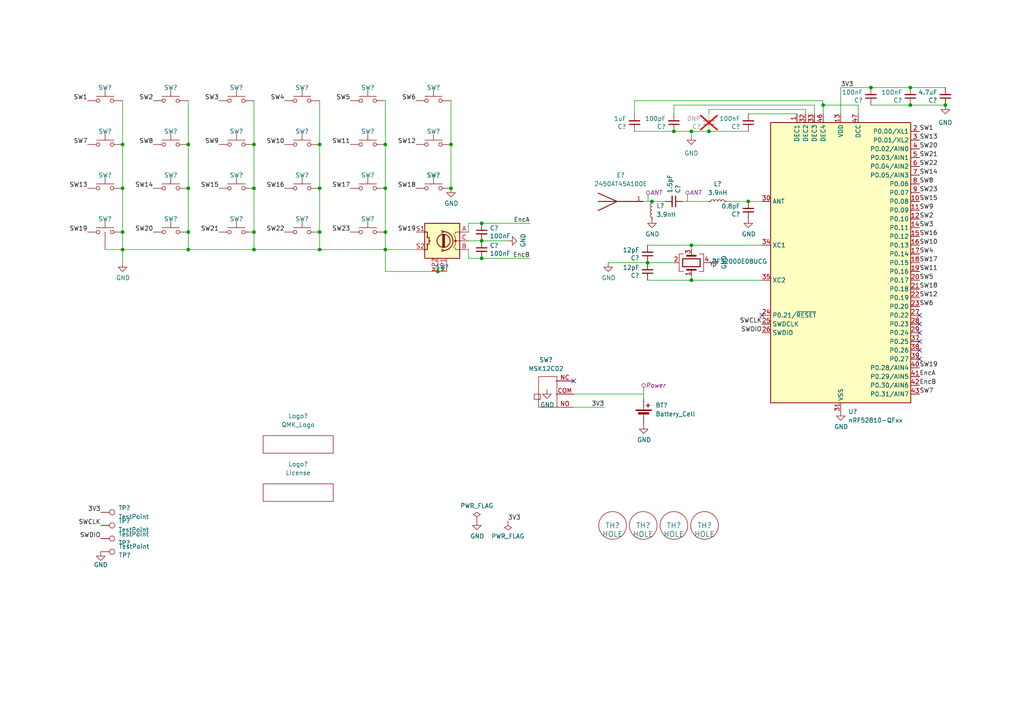
<source format=kicad_sch>
(kicad_sch (version 20230121) (generator eeschema)
  (paper "A4")
  (lib_symbols
    (symbol "2450AT45A100E:2450AT45A100E" (pin_names (offset 1.016))
      (property "Reference" "E" (at 2.8004 5.8496 0))
      (property "Value" "2450AT45A100E" (at 2.6732 3.813 0))
      (symbol "2450AT45A100E_0_0"
        (polyline (pts (xy 0 2.54) (xy -2.667 8.001)) (stroke (width 0.254)))
        (polyline (pts (xy 0 2.54) (xy 0 -5.08)) (stroke (width 0.254)))
        (polyline (pts (xy 0 8.001) (xy 0 2.54)) (stroke (width 0.254)))
        (polyline (pts (xy 2.413 8.001) (xy 0 2.54)) (stroke (width 0.254)))
        (pin input line (at 0 -5.08 90) (length 2.54) (name "~") (number "1"))
      )
    )
    (symbol "Connector:TestPoint" (pin_numbers hide) (pin_names (offset 0.762) hide)
      (property "Reference" "TP" (at 0 6.858 0))
      (property "Value" "TestPoint" (at 0 5.08 0))
      (symbol "TestPoint_0_1"
        (circle (center 0 3.302) (radius 0.762))
      )
      (symbol "TestPoint_1_1"
        (pin passive line (at 0 0 90) (length 2.54) (name "1") (number "1"))
      )
    )
    (symbol "Device:Battery_Cell" (pin_numbers hide) (pin_names (offset 0) hide)
      (property "Reference" "BT" (at 2.54 2.54 0))
      (property "Value" "Battery_Cell" (at 2.54 0 0))
      (symbol "Battery_Cell_0_1"
        (rectangle (start -2.286 1.778) (end 2.286 1.524) (fill (type outline)))
        (rectangle (start -1.524 1.016) (end 1.524 0.508) (fill (type outline)))
        (polyline (pts (xy 0 0.762) (xy 0 0)))
        (polyline (pts (xy 0 1.778) (xy 0 2.54)))
        (polyline (pts (xy 0.762 3.048) (xy 1.778 3.048)) (stroke (width 0.254)))
        (polyline (pts (xy 1.27 3.556) (xy 1.27 2.54)) (stroke (width 0.254)))
      )
      (symbol "Battery_Cell_1_1"
        (pin passive line (at 0 5.08 270) (length 2.54) (name "+") (number "1"))
        (pin passive line (at 0 -2.54 90) (length 2.54) (name "-") (number "2"))
      )
    )
    (symbol "Device:C_Small" (pin_numbers hide) (pin_names (offset 0.254) hide)
      (property "Reference" "C" (at 0.254 1.778 0))
      (property "Value" "C_Small" (at 0.254 -2.032 0))
      (symbol "C_Small_0_1"
        (polyline (pts (xy -1.524 -0.508) (xy 1.524 -0.508)) (stroke (width 0.3302)))
        (polyline (pts (xy -1.524 0.508) (xy 1.524 0.508)) (stroke (width 0.3048)))
      )
      (symbol "C_Small_1_1"
        (pin passive line (at 0 2.54 270) (length 2.032) (name "~") (number "1"))
        (pin passive line (at 0 -2.54 90) (length 2.032) (name "~") (number "2"))
      )
    )
    (symbol "Device:Crystal_GND24" (pin_names (offset 1.016) hide)
      (property "Reference" "Y" (at 3.175 5.08 0))
      (property "Value" "Crystal_GND24" (at 3.175 3.175 0))
      (symbol "Crystal_GND24_0_1"
        (rectangle (start -1.143 2.54) (end 1.143 -2.54) (stroke (width 0.3048)))
        (polyline (pts (xy -2.54 0) (xy -2.032 0)))
        (polyline (pts (xy -2.032 -1.27) (xy -2.032 1.27)) (stroke (width 0.508)))
        (polyline (pts (xy 0 -3.81) (xy 0 -3.556)))
        (polyline (pts (xy 0 3.556) (xy 0 3.81)))
        (polyline (pts (xy 2.032 -1.27) (xy 2.032 1.27)) (stroke (width 0.508)))
        (polyline (pts (xy 2.032 0) (xy 2.54 0)))
        (polyline (pts (xy -2.54 -2.286) (xy -2.54 -3.556) (xy 2.54 -3.556) (xy 2.54 -2.286)))
        (polyline (pts (xy -2.54 2.286) (xy -2.54 3.556) (xy 2.54 3.556) (xy 2.54 2.286)))
      )
      (symbol "Crystal_GND24_1_1"
        (pin passive line (at -3.81 0 0) (length 1.27) (name "1") (number "1"))
        (pin passive line (at 0 5.08 270) (length 1.27) (name "2") (number "2"))
        (pin passive line (at 3.81 0 180) (length 1.27) (name "3") (number "3"))
        (pin passive line (at 0 -5.08 90) (length 1.27) (name "4") (number "4"))
      )
    )
    (symbol "Device:L_Small" (pin_numbers hide) (pin_names (offset 0.254) hide)
      (property "Reference" "L" (at 0.762 1.016 0))
      (property "Value" "L_Small" (at 0.762 -1.016 0))
      (symbol "L_Small_0_1"
        (arc (start 0 -2.032) (mid 0.5058 -1.524) (end 0 -1.016))
        (arc (start 0 -1.016) (mid 0.5058 -0.508) (end 0 0))
        (arc (start 0 0) (mid 0.5058 0.508) (end 0 1.016))
        (arc (start 0 1.016) (mid 0.5058 1.524) (end 0 2.032))
      )
      (symbol "L_Small_1_1"
        (pin passive line (at 0 2.54 270) (length 0.508) (name "~") (number "1"))
        (pin passive line (at 0 -2.54 90) (length 0.508) (name "~") (number "2"))
      )
    )
    (symbol "GND_2" (power) (pin_names (offset 0))
      (property "Value" "GND_2" (at 0 -3.81 0))
      (symbol "GND_2_0_1"
        (polyline (pts (xy 0 0) (xy 0 -1.27) (xy 1.27 -1.27) (xy 0 -2.54) (xy -1.27 -1.27) (xy 0 -1.27)))
      )
      (symbol "GND_2_1_1"
        (pin power_in line (at 0 0 270) (length 0) hide (name "GND") (number "1"))
      )
    )
    (symbol "Keyboard Common:MSK12C02" (pin_names (offset 0) hide)
      (property "Reference" "SW" (at 0 7.62 0))
      (property "Value" "MSK12C02" (at 0 5.08 0))
      (symbol "MSK12C02_0_1"
        (rectangle (start -3.81 -1.27) (end -2.032 -2.794))
        (rectangle (start -2.54 3.81) (end 2.794 -5.08))
      )
      (symbol "MSK12C02_1_1"
        (pin power_out line (at 7.62 -1.27 180) (length 5.08) (name "COM") (number "COM"))
        (pin power_in line (at 0 0 90) (length 2.54) hide (name "GND") (number "MP"))
        (pin power_in line (at 7.62 2.54 180) (length 5.08) (name "NC") (number "NC"))
        (pin power_in line (at 7.62 -5.08 180) (length 5.08) (name "NO") (number "NO"))
      )
    )
    (symbol "Keyboard Switches:SW_Push_GND" (pin_numbers hide) (pin_names (offset 1.016) hide)
      (property "Reference" "SW" (at 1.27 2.54 0))
      (property "Value" "SW_Push" (at 0 -1.524 0))
      (symbol "SW_Push_GND_0_1"
        (circle (center -2.032 0) (radius 0.508))
        (polyline (pts (xy 0 1.27) (xy 0 3.048)))
        (polyline (pts (xy 2.54 1.27) (xy -2.54 1.27)))
        (circle (center 2.032 0) (radius 0.508))
        (pin passive line (at -5.08 0 0) (length 2.54) (name "1") (number "1"))
        (pin passive line (at 5.08 0 180) (length 2.54) (name "2") (number "2"))
      )
      (symbol "SW_Push_GND_1_1"
        (pin power_in line (at 0 -5.08 90) (length 5.08) (name "3") (number "3"))
      )
    )
    (symbol "Keyboard_Library:Rotary_Encoder_Switch_GND" (pin_names (offset 0.254) hide)
      (property "Reference" "SW" (at 0 6.604 0))
      (property "Value" "Rotary_Encoder_Switch_GND" (at 0 8.89 0))
      (symbol "Rotary_Encoder_Switch_GND_0_1"
        (rectangle (start -5.08 5.08) (end 5.08 -5.08) (stroke (width 0.254)) (fill (type background)))
        (circle (center -3.81 0) (radius 0.254) (fill (type outline)))
        (circle (center -0.381 0) (radius 1.905) (stroke (width 0.254)))
        (arc (start -0.381 2.667) (mid -3.0988 -0.0635) (end -0.381 -2.794) (stroke (width 0.254)))
        (polyline (pts (xy -0.635 -1.778) (xy -0.635 1.778)) (stroke (width 0.254)))
        (polyline (pts (xy -0.381 -1.778) (xy -0.381 1.778)) (stroke (width 0.254)))
        (polyline (pts (xy -0.127 1.778) (xy -0.127 -1.778)) (stroke (width 0.254)))
        (polyline (pts (xy 3.81 0) (xy 3.429 0)) (stroke (width 0.254)))
        (polyline (pts (xy 3.81 1.016) (xy 3.81 -1.016)) (stroke (width 0.254)))
        (polyline (pts (xy -5.08 -2.54) (xy -3.81 -2.54) (xy -3.81 -2.032)))
        (polyline (pts (xy -5.08 2.54) (xy -3.81 2.54) (xy -3.81 2.032)))
        (polyline (pts (xy 0.254 -3.048) (xy -0.508 -2.794) (xy 0.127 -2.413)) (stroke (width 0.254)))
        (polyline (pts (xy 0.254 2.921) (xy -0.508 2.667) (xy 0.127 2.286)) (stroke (width 0.254)))
        (polyline (pts (xy 5.08 -2.54) (xy 4.318 -2.54) (xy 4.318 -1.016)) (stroke (width 0.254)))
        (polyline (pts (xy 5.08 2.54) (xy 4.318 2.54) (xy 4.318 1.016)) (stroke (width 0.254)))
        (polyline (pts (xy -5.08 0) (xy -3.81 0) (xy -3.81 -1.016) (xy -3.302 -2.032)))
        (polyline (pts (xy -4.318 0) (xy -3.81 0) (xy -3.81 1.016) (xy -3.302 2.032)))
        (circle (center 4.318 -1.016) (radius 0.127) (stroke (width 0.254)))
        (circle (center 4.318 1.016) (radius 0.127) (stroke (width 0.254)))
      )
      (symbol "Rotary_Encoder_Switch_GND_1_1"
        (pin passive line (at -7.62 2.54 0) (length 2.54) (name "A") (number "A"))
        (pin passive line (at -7.62 -2.54 0) (length 2.54) (name "B") (number "B"))
        (pin passive line (at -7.62 0 0) (length 2.54) (name "C") (number "C"))
        (pin power_in line (at -1.27 -8.89 90) (length 3.7084) (name "GND") (number "MP1"))
        (pin power_in line (at 1.27 -8.89 90) (length 3.7592) (name "GND") (number "MP2"))
        (pin passive line (at 7.62 2.54 180) (length 2.54) (name "S1") (number "S1"))
        (pin passive line (at 7.62 -2.54 180) (length 2.54) (name "S2") (number "S2"))
      )
    )
    (symbol "LCSC Parts:100nF" (pin_numbers hide) (pin_names (offset 0.254) hide)
      (property "Reference" "C" (at 0.254 1.778 0))
      (property "Value" "100nF" (at 0.254 -2.032 0))
      (symbol "100nF_0_1"
        (polyline (pts (xy -1.524 -0.508) (xy 1.524 -0.508)) (stroke (width 0.3302)))
        (polyline (pts (xy -1.524 0.508) (xy 1.524 0.508)) (stroke (width 0.3048)))
      )
      (symbol "100nF_1_1"
        (pin passive line (at 0 2.54 270) (length 2.032) (name "~") (number "1"))
        (pin passive line (at 0 -2.54 90) (length 2.032) (name "~") (number "2"))
      )
    )
    (symbol "Logotypes:QMK_Logo" (pin_numbers hide) (pin_names (offset 0) hide) (in_bom no)
      (property "Reference" "Logo" (at 0 0 0))
      (property "Value" "QMK_Logo" (at 0 2.54 0))
      (symbol "QMK_Logo_0_1"
        (rectangle (start -10.16 3.81) (end 10.16 -1.27))
      )
    )
    (symbol "MCU_Nordic:nRF52810-QFxx"
      (property "Reference" "U" (at 0 1.27 0))
      (property "Value" "nRF52810-QFxx" (at 0 -1.27 0))
      (symbol "nRF52810-QFxx_0_1"
        (rectangle (start -20.32 40.64) (end 20.32 -40.64) (stroke (width 0.254)) (fill (type background)))
      )
      (symbol "nRF52810-QFxx_1_1"
        (pin passive line (at -12.7 43.18 270) (length 2.54) (name "DEC1") (number "1"))
        (pin bidirectional line (at 22.86 17.78 180) (length 2.54) (name "P0.08") (number "10"))
        (pin bidirectional line (at 22.86 15.24 180) (length 2.54) (name "P0.09") (number "11"))
        (pin bidirectional line (at 22.86 12.7 180) (length 2.54) (name "P0.10") (number "12"))
        (pin power_in line (at 0 43.18 270) (length 2.54) (name "VDD") (number "13"))
        (pin bidirectional line (at 22.86 10.16 180) (length 2.54) (name "P0.11") (number "14"))
        (pin bidirectional line (at 22.86 7.62 180) (length 2.54) (name "P0.12") (number "15"))
        (pin bidirectional line (at 22.86 5.08 180) (length 2.54) (name "P0.13") (number "16"))
        (pin bidirectional line (at 22.86 2.54 180) (length 2.54) (name "P0.14") (number "17"))
        (pin bidirectional line (at 22.86 0 180) (length 2.54) (name "P0.15") (number "18"))
        (pin bidirectional line (at 22.86 -2.54 180) (length 2.54) (name "P0.16") (number "19"))
        (pin bidirectional line (at 22.86 38.1 180) (length 2.54) (name "P0.00/XL1") (number "2"))
        (pin bidirectional line (at 22.86 -5.08 180) (length 2.54) (name "P0.17") (number "20"))
        (pin bidirectional line (at 22.86 -7.62 180) (length 2.54) (name "P0.18") (number "21"))
        (pin bidirectional line (at 22.86 -10.16 180) (length 2.54) (name "P0.19") (number "22"))
        (pin bidirectional line (at 22.86 -12.7 180) (length 2.54) (name "P0.20") (number "23"))
        (pin bidirectional line (at -22.86 -15.24 0) (length 2.54) (name "P0.21/~{RESET}") (number "24"))
        (pin input line (at -22.86 -17.78 0) (length 2.54) (name "SWDCLK") (number "25"))
        (pin bidirectional line (at -22.86 -20.32 0) (length 2.54) (name "SWDIO") (number "26"))
        (pin bidirectional line (at 22.86 -15.24 180) (length 2.54) (name "P0.22") (number "27"))
        (pin bidirectional line (at 22.86 -17.78 180) (length 2.54) (name "P0.23") (number "28"))
        (pin bidirectional line (at 22.86 -20.32 180) (length 2.54) (name "P0.24") (number "29"))
        (pin bidirectional line (at 22.86 35.56 180) (length 2.54) (name "P0.01/XL2") (number "3"))
        (pin passive line (at -22.86 17.78 0) (length 2.54) (name "ANT") (number "30"))
        (pin power_in line (at 0 -43.18 90) (length 2.54) (name "VSS") (number "31"))
        (pin passive line (at -10.16 43.18 270) (length 2.54) (name "DEC2") (number "32"))
        (pin passive line (at -7.62 43.18 270) (length 2.54) (name "DEC3") (number "33"))
        (pin input line (at -22.86 5.08 0) (length 2.54) (name "XC1") (number "34"))
        (pin input line (at -22.86 -5.08 0) (length 2.54) (name "XC2") (number "35"))
        (pin passive line (at 0 43.18 270) (length 2.54) hide (name "VDD") (number "36"))
        (pin bidirectional line (at 22.86 -22.86 180) (length 2.54) (name "P0.25") (number "37"))
        (pin bidirectional line (at 22.86 -25.4 180) (length 2.54) (name "P0.26") (number "38"))
        (pin bidirectional line (at 22.86 -27.94 180) (length 2.54) (name "P0.27") (number "39"))
        (pin bidirectional line (at 22.86 33.02 180) (length 2.54) (name "P0.02/AIN0") (number "4"))
        (pin bidirectional line (at 22.86 -30.48 180) (length 2.54) (name "P0.28/AIN4") (number "40"))
        (pin bidirectional line (at 22.86 -33.02 180) (length 2.54) (name "P0.29/AIN5") (number "41"))
        (pin bidirectional line (at 22.86 -35.56 180) (length 2.54) (name "P0.30/AIN6") (number "42"))
        (pin bidirectional line (at 22.86 -38.1 180) (length 2.54) (name "P0.31/AIN7") (number "43"))
        (pin no_connect line (at -20.32 -30.48 0) (length 2.54) hide (name "NC") (number "44"))
        (pin passive line (at 0 -43.18 90) (length 2.54) hide (name "VSS") (number "45"))
        (pin passive line (at -5.08 43.18 270) (length 2.54) (name "DEC4") (number "46"))
        (pin power_out line (at 5.08 43.18 270) (length 2.54) (name "DCC") (number "47"))
        (pin passive line (at 0 43.18 270) (length 2.54) hide (name "VDD") (number "48"))
        (pin passive line (at 0 -43.18 90) (length 2.54) hide (name "VSS") (number "49"))
        (pin bidirectional line (at 22.86 30.48 180) (length 2.54) (name "P0.03/AIN1") (number "5"))
        (pin bidirectional line (at 22.86 27.94 180) (length 2.54) (name "P0.04/AIN2") (number "6"))
        (pin bidirectional line (at 22.86 25.4 180) (length 2.54) (name "P0.05/AIN3") (number "7"))
        (pin bidirectional line (at 22.86 22.86 180) (length 2.54) (name "P0.06") (number "8"))
        (pin bidirectional line (at 22.86 20.32 180) (length 2.54) (name "P0.07") (number "9"))
      )
    )
    (symbol "Switch:SW_Push" (pin_numbers hide) (pin_names (offset 1.016) hide)
      (property "Reference" "SW" (at 1.27 2.54 0))
      (property "Value" "SW_Push" (at 0 -1.524 0))
      (symbol "SW_Push_0_1"
        (circle (center -2.032 0) (radius 0.508))
        (polyline (pts (xy 0 1.27) (xy 0 3.048)))
        (polyline (pts (xy 2.54 1.27) (xy -2.54 1.27)))
        (circle (center 2.032 0) (radius 0.508))
        (pin passive line (at -5.08 0 0) (length 2.54) (name "1") (number "1"))
        (pin passive line (at 5.08 0 180) (length 2.54) (name "2") (number "2"))
      )
    )
    (symbol "keebio:Hole" (pin_names (offset 1.016))
      (property "Reference" "H" (at 0 -1.27 0))
      (property "Value" "Hole" (at 0 1.27 0))
      (symbol "Hole_0_1"
        (circle (center 0 0) (radius 4.0132))
      )
    )
    (symbol "power:GND" (power) (pin_names (offset 0))
      (property "Value" "GND" (at 0 -3.81 0))
      (symbol "GND_0_1"
        (polyline (pts (xy 0 0) (xy 0 -1.27) (xy 1.27 -1.27) (xy 0 -2.54) (xy -1.27 -1.27) (xy 0 -1.27)))
      )
      (symbol "GND_1_1"
        (pin power_in line (at 0 0 270) (length 0) hide (name "GND") (number "1"))
      )
    )
    (symbol "power:PWR_FLAG" (power) (pin_numbers hide) (pin_names (offset 0) hide)
      (property "Value" "PWR_FLAG" (at 0 3.81 0))
      (symbol "PWR_FLAG_0_0"
        (pin power_out line (at 0 0 90) (length 0) (name "pwr") (number "1"))
      )
      (symbol "PWR_FLAG_0_1"
        (polyline (pts (xy 0 0) (xy 0 1.27) (xy -1.016 1.905) (xy 0 2.54) (xy 1.016 1.905) (xy 0 1.27)))
      )
    )
  )
  (junction (at 54.61 54.61))
  (junction (at 92.71 67.31))
  (junction (at 195.453 38.1))
  (junction (at 264.033 30.48))
  (junction (at 35.56 67.31))
  (junction (at 35.56 41.91))
  (junction (at 205.613 38.1))
  (junction (at 35.56 54.61))
  (junction (at 187.833 76.2))
  (junction (at 111.76 67.31))
  (junction (at 127 78.74))
  (junction (at 73.66 67.31))
  (junction (at 139.7 74.93))
  (junction (at 200.533 71.12))
  (junction (at 54.61 72.39))
  (junction (at 73.66 41.91))
  (junction (at 111.76 72.39))
  (junction (at 200.533 38.1))
  (junction (at 238.76 30.48))
  (junction (at 73.66 72.39))
  (junction (at 111.76 54.61))
  (junction (at 92.71 72.39))
  (junction (at 111.76 41.91))
  (junction (at 92.71 54.61))
  (junction (at 217.043 58.42))
  (junction (at 252.603 25.4))
  (junction (at 139.7 64.77))
  (junction (at 264.033 25.4))
  (junction (at 130.81 54.61))
  (junction (at 274.193 30.48))
  (junction (at 92.71 41.91))
  (junction (at 139.7 69.85))
  (junction (at 130.81 41.91))
  (junction (at 35.56 72.39))
  (junction (at 200.533 81.28))
  (junction (at 54.61 67.31))
  (junction (at 54.61 41.91))
  (junction (at 189.103 58.42))
  (junction (at 73.66 54.61))
  (no_connect (at 266.7 99.06))
  (no_connect (at 266.7 93.98))
  (no_connect (at 266.7 101.6))
  (no_connect (at 266.7 96.52))
  (no_connect (at 166.37 110.49))
  (no_connect (at 220.98 91.44))
  (no_connect (at 266.7 104.14))
  (no_connect (at 266.7 91.44))
  (wire (pts (xy 166.37 114.3) (xy 186.69 114.3)))
  (wire (pts (xy 210.693 58.42) (xy 217.043 58.42)))
  (wire (pts (xy 35.56 76.2) (xy 35.56 72.39)))
  (wire (pts (xy 195.453 30.48) (xy 195.453 33.02)))
  (wire (pts (xy 158.75 113.03) (xy 158.623 113.03)))
  (wire (pts (xy 252.603 25.4) (xy 264.033 25.4)))
  (wire (pts (xy 195.453 38.1) (xy 200.533 38.1)))
  (wire (pts (xy 252.603 30.48) (xy 264.033 30.48)))
  (wire (pts (xy 186.69 114.3) (xy 186.69 115.57)))
  (wire (pts (xy 248.92 30.48) (xy 238.76 30.48)))
  (wire (pts (xy 238.76 30.48) (xy 238.633 30.48)))
  (wire (pts (xy 187.833 76.2) (xy 176.403 76.2)))
  (wire (pts (xy 73.66 29.21) (xy 73.66 41.91)))
  (wire (pts (xy 200.533 80.01) (xy 200.533 81.28)))
  (wire (pts (xy 30.48 72.39) (xy 35.56 72.39)))
  (wire (pts (xy 135.89 64.77) (xy 139.7 64.77)))
  (wire (pts (xy 189.103 58.42) (xy 192.913 58.42)))
  (wire (pts (xy 187.833 71.12) (xy 200.533 71.12)))
  (wire (pts (xy 35.56 54.61) (xy 35.56 67.31)))
  (wire (pts (xy 92.71 54.61) (xy 92.71 67.31)))
  (wire (pts (xy 127 78.74) (xy 129.54 78.74)))
  (wire (pts (xy 238.76 33.02) (xy 238.76 30.48)))
  (wire (pts (xy 264.033 30.48) (xy 274.193 30.48)))
  (wire (pts (xy 233.68 31.75) (xy 233.68 33.02)))
  (wire (pts (xy 92.71 72.39) (xy 73.66 72.39)))
  (wire (pts (xy 186.563 58.42) (xy 189.103 58.42)))
  (wire (pts (xy 220.98 81.28) (xy 200.533 81.28)))
  (wire (pts (xy 54.61 67.31) (xy 54.61 72.39)))
  (wire (pts (xy 135.89 64.77) (xy 135.89 67.31)))
  (wire (pts (xy 35.56 72.39) (xy 54.61 72.39)))
  (wire (pts (xy 92.71 67.31) (xy 92.71 72.39)))
  (wire (pts (xy 200.533 71.12) (xy 200.533 72.39)))
  (wire (pts (xy 200.533 38.1) (xy 200.533 39.37)))
  (wire (pts (xy 248.92 33.02) (xy 248.92 30.48)))
  (wire (pts (xy 73.66 41.91) (xy 73.66 54.61)))
  (wire (pts (xy 35.56 67.31) (xy 35.56 72.39)))
  (wire (pts (xy 205.613 38.1) (xy 217.043 38.1)))
  (wire (pts (xy 200.533 38.1) (xy 205.613 38.1)))
  (wire (pts (xy 92.71 41.91) (xy 92.71 54.61)))
  (wire (pts (xy 135.89 74.93) (xy 139.7 74.93)))
  (wire (pts (xy 73.66 67.31) (xy 73.66 72.39)))
  (wire (pts (xy 217.043 58.42) (xy 220.98 58.42)))
  (wire (pts (xy 200.533 71.12) (xy 220.98 71.12)))
  (wire (pts (xy 217.043 33.02) (xy 231.14 33.02)))
  (wire (pts (xy 35.56 41.91) (xy 35.56 54.61)))
  (wire (pts (xy 92.71 72.39) (xy 111.76 72.39)))
  (wire (pts (xy 236.22 33.02) (xy 236.22 30.48)))
  (wire (pts (xy 35.56 29.21) (xy 35.56 41.91)))
  (wire (pts (xy 175.26 118.11) (xy 166.37 118.11)))
  (wire (pts (xy 73.66 54.61) (xy 73.66 67.31)))
  (wire (pts (xy 205.613 31.75) (xy 205.613 33.02)))
  (wire (pts (xy 243.84 25.4) (xy 243.84 33.02)))
  (wire (pts (xy 111.76 29.21) (xy 111.76 41.91)))
  (wire (pts (xy 184.023 29.21) (xy 238.633 29.21)))
  (wire (pts (xy 187.833 76.2) (xy 195.453 76.2)))
  (wire (pts (xy 111.76 72.39) (xy 120.65 72.39)))
  (wire (pts (xy 111.76 78.74) (xy 127 78.74)))
  (wire (pts (xy 54.61 54.61) (xy 54.61 67.31)))
  (wire (pts (xy 238.633 29.21) (xy 238.633 30.48)))
  (wire (pts (xy 139.7 64.77) (xy 153.67 64.77)))
  (wire (pts (xy 111.76 54.61) (xy 111.76 67.31)))
  (wire (pts (xy 147.32 69.85) (xy 139.7 69.85)))
  (wire (pts (xy 92.71 29.21) (xy 92.71 41.91)))
  (wire (pts (xy 200.533 81.28) (xy 187.833 81.28)))
  (wire (pts (xy 197.993 58.42) (xy 205.613 58.42)))
  (wire (pts (xy 111.76 67.31) (xy 111.76 72.39)))
  (wire (pts (xy 130.81 29.21) (xy 130.81 41.91)))
  (wire (pts (xy 264.033 25.4) (xy 274.193 25.4)))
  (wire (pts (xy 54.61 29.21) (xy 54.61 41.91)))
  (wire (pts (xy 184.023 38.1) (xy 195.453 38.1)))
  (wire (pts (xy 135.89 69.85) (xy 139.7 69.85)))
  (wire (pts (xy 135.89 74.93) (xy 135.89 72.39)))
  (wire (pts (xy 130.81 41.91) (xy 130.81 54.61)))
  (wire (pts (xy 111.76 72.39) (xy 111.76 78.74)))
  (wire (pts (xy 205.613 31.75) (xy 233.68 31.75)))
  (wire (pts (xy 111.76 41.91) (xy 111.76 54.61)))
  (wire (pts (xy 243.84 25.4) (xy 252.603 25.4)))
  (wire (pts (xy 153.67 74.93) (xy 139.7 74.93)))
  (wire (pts (xy 184.023 29.21) (xy 184.023 33.02)))
  (wire (pts (xy 54.61 72.39) (xy 73.66 72.39)))
  (wire (pts (xy 54.61 41.91) (xy 54.61 54.61)))
  (wire (pts (xy 236.22 30.48) (xy 195.453 30.48)))
  (label "SW13" (at 25.4 54.61 180))
  (label "SW22" (at 266.7 48.26 0))
  (label "SW7" (at 266.7 114.3 0))
  (label "SW12" (at 120.65 41.91 180))
  (label "SWCLK" (at 29.21 152.4 180))
  (label "EncB" (at 266.7 111.76 0))
  (label "SW18" (at 120.65 54.61 180))
  (label "SW14" (at 266.7 50.8 0))
  (label "SW16" (at 266.7 68.58 0))
  (label "EncA" (at 266.7 109.22 0))
  (label "SW8" (at 44.45 41.91 180))
  (label "SW20" (at 44.45 67.31 180))
  (label "SW7" (at 25.4 41.91 180))
  (label "SW19" (at 120.65 67.31 180))
  (label "SW3" (at 63.5 29.21 180))
  (label "SWDIO" (at 29.21 156.21 180))
  (label "SW3" (at 266.7 66.04 0))
  (label "SW20" (at 266.7 43.18 0))
  (label "SW1" (at 266.7 38.1 0))
  (label "SW15" (at 266.7 58.42 0))
  (label "SW10" (at 82.55 41.91 180))
  (label "SW18" (at 266.7 83.82 0))
  (label "SW16" (at 82.55 54.61 180))
  (label "SW2" (at 266.7 63.5 0))
  (label "3V3" (at 29.21 148.59 180))
  (label "SW11" (at 101.6 41.91 180))
  (label "3V3" (at 243.84 25.4 0))
  (label "SW21" (at 266.7 45.72 0))
  (label "SW6" (at 266.7 88.9 0))
  (label "SW15" (at 63.5 54.61 180))
  (label "SW14" (at 44.45 54.61 180))
  (label "SW8" (at 266.7 53.34 0))
  (label "SW17" (at 266.7 76.2 0))
  (label "SW10" (at 266.7 71.12 0))
  (label "SW13" (at 266.7 40.64 0))
  (label "3V3" (at 147.32 151.13 0))
  (label "EncA" (at 153.67 64.77 180))
  (label "SW9" (at 266.7 60.96 0))
  (label "SW6" (at 120.65 29.21 180))
  (label "SW4" (at 266.7 73.66 0))
  (label "SW5" (at 101.6 29.21 180))
  (label "SW21" (at 63.5 67.31 180))
  (label "SW19" (at 25.4 67.31 180))
  (label "SWCLK" (at 220.98 93.98 180))
  (label "3V3" (at 175.26 118.11 180))
  (label "SW23" (at 266.7 55.88 0))
  (label "SW12" (at 266.7 86.36 0))
  (label "EncB" (at 153.67 74.93 180))
  (label "SW1" (at 25.4 29.21 180))
  (label "SW17" (at 101.6 54.61 180))
  (label "SW22" (at 82.55 67.31 180))
  (label "SW11" (at 266.7 78.74 0))
  (label "SW19" (at 266.7 106.68 0))
  (label "SW5" (at 266.7 81.28 0))
  (label "SWDIO" (at 220.98 96.52 180))
  (label "SW2" (at 44.45 29.21 180))
  (label "SW9" (at 63.5 41.91 180))
  (label "SW4" (at 82.55 29.21 180))
  (label "SW23" (at 101.6 67.31 180))
  (netclass_flag "" (length 2.54) (shape round) (at 187.96 58.42 0) (property "Netclass" "ANT" (at 188.5696 55.88 0) (effects (font italic) (justify left))))
  (netclass_flag "" (length 2.54) (shape round) (at 199.39 58.42 0) (property "Netclass" "ANT" (at 199.9996 55.88 0) (effects (font italic) (justify left))))
  (netclass_flag "" (length 2.54) (shape round) (at 186.69 114.3 0) (property "Netclass" "Power" (at 187.2996 111.76 0) (effects (font italic) (justify left))))
  (symbol (lib_id "power:GND") (at 138.303 151.13 0) (unit 1)
    (property "Reference" "#PWR?" (effects hide))
    (property "Value" "GND" (at 138.43 155.5242 0))
    (instances (project "Lotus46_unWired_100" (path "" (reference "#PWR?") (unit 1)) (path "" (reference "#PWR034") (unit 1)) (path "" (reference "#PWR016") (unit 1))))
  )
  (symbol (lib_id "Connector:TestPoint") (at 29.21 148.59 270) (mirror x) (unit 1) (in_bom no)
    (property "Reference" "TP?" (at 34.29 147.32 90) (effects (justify left)))
    (property "Value" "TestPoint" (at 34.29 149.86 90) (effects (justify left)))
    (property "Footprint" "TestPoint:TestPoint_Pad_D1.0mm" (effects hide))
    (instances (project "Lotus46_unWired_100" (path "" (reference "TP?") (unit 1)) (path "" (reference "TP5") (unit 1)) (path "" (reference "TP1") (unit 1))))
  )
  (symbol (lib_id "keebio:Hole") (at 204.343 152.4 0) (unit 1) (in_bom no)
    (property "Reference" "TH?" (at 204.343 152.4 0) (effects (font (size 1.524 1.524))))
    (property "Value" "HOLE" (at 204.343 154.94 0) (effects (font (size 1.524 1.524))))
    (property "Footprint" "Keyboard Common:Spacer PCB hole" (effects hide))
    (instances (project "Lotus46_unWired_100" (path "" (reference "TH?") (unit 1)) (path "" (reference "TH8") (unit 1)) (path "" (reference "TH4") (unit 1))))
  )
  (symbol (lib_id "power:GND") (at 29.21 160.02 0) (mirror y) (unit 1)
    (property "Reference" "#PWR?" (effects hide))
    (property "Value" "GND" (at 29.21 163.83 0))
    (instances (project "Lotus46_unWired_100" (path "" (reference "#PWR?") (unit 1)) (path "" (reference "#PWR036") (unit 1)) (path "" (reference "#PWR018") (unit 1))))
  )
  (symbol (lib_id "Device:C_Small") (at 195.453 58.42 270) (mirror x) (unit 1)
    (property "Reference" "C?" (at 196.6214 56.0832 0) (effects (justify left)))
    (property "Value" "1.5pF" (at 194.31 56.0832 0) (effects (justify left)))
    (property "Footprint" "Capacitor_SMD:C_0402_1005Metric" (effects hide))
    (property "LCSC" "C565486" (effects hide))
    (instances (project "Lotus46_unWired_100" (path "" (reference "C?") (unit 1)) (path "" (reference "C21") (unit 1)) (path "" (reference "C8") (unit 1))))
  )
  (symbol (lib_id "Switch:SW_Push") (at 106.68 54.61 0) (unit 1)
    (property "Reference" "SW?" (at 106.68 50.8 0))
    (property "Value" "Switch" (effects hide))
    (property "Footprint" "Keyboard Switches:SW_MX_HotSwap" (effects hide))
    (instances (project "Lotus46_unWired_100" (path "" (reference "SW?") (unit 1)) (path "" (reference "SW42") (unit 1)) (path "" (reference "SW17") (unit 1))))
  )
  (symbol (lib_id "Switch:SW_Push") (at 68.58 54.61 0) (unit 1)
    (property "Reference" "SW?" (at 68.58 50.8 0))
    (property "Value" "Switch" (effects hide))
    (property "Footprint" "Keyboard Switches:SW_MX_HotSwap" (effects hide))
    (instances (project "Lotus46_unWired_100" (path "" (reference "SW?") (unit 1)) (path "" (reference "SW40") (unit 1)) (path "" (reference "SW15") (unit 1))))
  )
  (symbol (lib_id "Device:C_Small") (at 187.833 73.66 180) (unit 1)
    (property "Reference" "C?" (at 185.4962 74.8284 0) (effects (justify left)))
    (property "Value" "12pF" (at 185.4962 72.517 0) (effects (justify left)))
    (property "Footprint" "Capacitor_SMD:C_0402_1005Metric" (effects hide))
    (property "LCSC" "C458856" (effects hide))
    (instances (project "Lotus46_unWired_100" (path "" (reference "C?") (unit 1)) (path "" (reference "C25") (unit 1)) (path "" (reference "C12") (unit 1))))
  )
  (symbol (lib_id "Switch:SW_Push") (at 49.53 41.91 0) (unit 1)
    (property "Reference" "SW?" (at 49.53 38.1 0))
    (property "Value" "Switch" (effects hide))
    (property "Footprint" "Keyboard Switches:SW_MX_HotSwap" (effects hide))
    (instances (project "Lotus46_unWired_100" (path "" (reference "SW?") (unit 1)) (path "" (reference "SW33") (unit 1)) (path "" (reference "SW8") (unit 1))))
  )
  (symbol (lib_id "Switch:SW_Push") (at 125.73 41.91 0) (unit 1)
    (property "Reference" "SW?" (at 125.73 38.1 0))
    (property "Value" "Switch" (effects hide))
    (property "Footprint" "Keyboard Switches:SW_MX_HotSwap" (effects hide))
    (instances (project "Lotus46_unWired_100" (path "" (reference "SW?") (unit 1)) (path "" (reference "SW37") (unit 1)) (path "" (reference "SW12") (unit 1))))
  )
  (symbol (lib_name "GND_2") (lib_id "power:GND") (at 274.193 30.48 0) (unit 1)
    (property "Reference" "#PWR?" (effects hide))
    (property "Value" "GND" (at 274.193 35.56 0))
    (instances (project "Lotus46_unWired_100" (path "" (reference "#PWR?") (unit 1)) (path "" (reference "#PWR020") (unit 1)) (path "" (reference "#PWR02") (unit 1))))
  )
  (symbol (lib_id "Switch:SW_Push") (at 68.58 29.21 0) (unit 1)
    (property "Reference" "SW?" (at 68.58 25.4 0))
    (property "Value" "Switch" (effects hide))
    (property "Footprint" "Keyboard Switches:SW_MX_HotSwap" (effects hide))
    (instances (project "Lotus46_unWired_100" (path "" (reference "SW?") (unit 1)) (path "" (reference "SW28") (unit 1)) (path "" (reference "SW3") (unit 1))))
  )
  (symbol (lib_id "Keyboard Common:MSK12C02") (at 158.75 113.03 0) (unit 1)
    (property "Reference" "SW?" (at 158.369 104.394 0))
    (property "Value" "MSK12C02" (at 158.369 106.934 0))
    (property "Footprint" "Keyboard Common:MSK12C02" (effects hide))
    (property "Part #" "C431540" (effects hide))
    (property "LCSC" "C431540" (effects hide))
    (instances (project "Lotus46_unWired_100" (path "" (reference "SW?") (unit 1)) (path "" (reference "SW50") (unit 1)) (path "" (reference "SW25") (unit 1))))
  )
  (symbol (lib_id "Device:C_Small") (at 217.043 35.56 180) (unit 1)
    (property "Reference" "C?" (at 214.7062 36.7284 0) (effects (justify left)))
    (property "Value" "100nF" (at 214.7062 34.417 0) (effects (justify left)))
    (property "Footprint" "Capacitor_SMD:C_0402_1005Metric" (effects hide))
    (property "LCSC" "C126523" (effects hide))
    (instances (project "Lotus46_unWired_100" (path "" (reference "C?") (unit 1)) (path "" (reference "C20") (unit 1)) (path "" (reference "C7") (unit 1))))
  )
  (symbol (lib_id "keebio:Hole") (at 177.673 152.4 0) (unit 1) (in_bom no)
    (property "Reference" "TH?" (at 177.673 152.4 0) (effects (font (size 1.524 1.524))))
    (property "Value" "HOLE" (at 177.673 154.94 0) (effects (font (size 1.524 1.524))))
    (property "Footprint" "Keyboard Common:Spacer PCB hole" (effects hide))
    (instances (project "Lotus46_unWired_100" (path "" (reference "TH?") (unit 1)) (path "" (reference "TH5") (unit 1)) (path "" (reference "TH1") (unit 1))))
  )
  (symbol (lib_id "2450AT45A100E:2450AT45A100E") (at 181.483 58.42 90) (unit 1)
    (property "Reference" "E?" (at 180.0225 50.8 90))
    (property "Value" "2450AT45A100E" (at 180.0225 53.34 90))
    (property "Footprint" "ANT_2450AT45A100E" (effects hide))
    (property "MF" "Johanson Technology" (effects hide))
    (property "MAXIMUM_PACKAGE_HEIGHT" "1.3mm" (effects hide))
    (property "Package" "None" (effects hide))
    (property "Price" "None" (effects hide))
    (property "Check_prices" "https://www.snapeda.com/parts/2450AT45A100E/Johanson+Technology+Inc./view-part/?ref=eda" (effects hide))
    (property "STANDARD" "Manufacturer Recommendations" (effects hide))
    (property "PARTREV" "3.1" (effects hide))
    (property "SnapEDA_Link" "https://www.snapeda.com/parts/2450AT45A100E/Johanson+Technology+Inc./view-part/?ref=snap" (effects hide))
    (property "MP" "2450AT45A100E" (effects hide))
    (property "Description" "\n2.4GHz - Chip RF Antenna 2.4GHz ~ 2.5GHz 2.2dBi Solder Surface Mount\n" (effects hide))
    (property "Availability" "In Stock" (effects hide))
    (property "MANUFACTURER" "Johanson" (effects hide))
    (property "LCSC" "C2917722" (effects hide))
    (instances (project "Lotus46_unWired_100" (path "" (reference "E?") (unit 1)) (path "" (reference "E2") (unit 1)) (path "" (reference "E1") (unit 1))))
  )
  (symbol (lib_id "Connector:TestPoint") (at 29.21 152.4 270) (mirror x) (unit 1) (in_bom no)
    (property "Reference" "TP?" (at 34.29 151.13 90) (effects (justify left)))
    (property "Value" "TestPoint" (at 34.29 153.67 90) (effects (justify left)))
    (property "Footprint" "TestPoint:TestPoint_Pad_D1.0mm" (effects hide))
    (instances (project "Lotus46_unWired_100" (path "" (reference "TP?") (unit 1)) (path "" (reference "TP6") (unit 1)) (path "" (reference "TP2") (unit 1))))
  )
  (symbol (lib_id "Keyboard Switches:SW_Push_GND") (at 30.48 67.31 0) (mirror y) (unit 1)
    (property "Reference" "SW?" (at 30.48 63.5 0))
    (property "Value" "Switch" (effects hide))
    (property "Footprint" "Keyboard Switches:SW_MX_HotSwap_FOR ENCODER" (effects hide))
    (instances (project "Lotus46_unWired_100" (path "" (reference "SW?") (unit 1)) (path "" (reference "SW44") (unit 1)) (path "" (reference "SW19") (unit 1))))
  )
  (symbol (lib_id "Connector:TestPoint") (at 29.21 160.02 270) (mirror x) (unit 1) (in_bom no)
    (property "Reference" "TP?" (at 34.417 161.036 90) (effects (justify left)))
    (property "Value" "TestPoint" (at 34.417 158.496 90) (effects (justify left)))
    (property "Footprint" "TestPoint:TestPoint_Pad_D1.0mm" (effects hide))
    (instances (project "Lotus46_unWired_100" (path "" (reference "TP?") (unit 1)) (path "" (reference "TP8") (unit 1)) (path "" (reference "TP4") (unit 1))))
  )
  (symbol (lib_id "Switch:SW_Push") (at 87.63 41.91 0) (unit 1)
    (property "Reference" "SW?" (at 87.63 38.1 0))
    (property "Value" "Switch" (effects hide))
    (property "Footprint" "Keyboard Switches:SW_MX_HotSwap" (effects hide))
    (instances (project "Lotus46_unWired_100" (path "" (reference "SW?") (unit 1)) (path "" (reference "SW35") (unit 1)) (path "" (reference "SW10") (unit 1))))
  )
  (symbol (lib_id "power:PWR_FLAG") (at 138.303 151.13 0) (unit 1)
    (property "Reference" "#FLG?" (effects hide))
    (property "Value" "PWR_FLAG" (at 138.303 146.7104 0))
    (instances (project "Lotus46_unWired_100" (path "" (reference "#FLG?") (unit 1)) (path "" (reference "#FLG03") (unit 1)) (path "" (reference "#FLG01") (unit 1))))
  )
  (symbol (lib_id "power:GND") (at 130.81 54.61 0) (unit 1)
    (property "Reference" "#PWR?" (effects hide))
    (property "Value" "GND" (at 130.937 59.0042 0))
    (instances (project "Lotus46_unWired_100" (path "" (reference "#PWR?") (unit 1)) (path "" (reference "#PWR022") (unit 1)) (path "" (reference "#PWR04") (unit 1))))
  )
  (symbol (lib_id "Switch:SW_Push") (at 49.53 54.61 0) (unit 1)
    (property "Reference" "SW?" (at 49.53 50.8 0))
    (property "Value" "Switch" (effects hide))
    (property "Footprint" "Keyboard Switches:SW_MX_HotSwap" (effects hide))
    (instances (project "Lotus46_unWired_100" (path "" (reference "SW?") (unit 1)) (path "" (reference "SW39") (unit 1)) (path "" (reference "SW14") (unit 1))))
  )
  (symbol (lib_id "Switch:SW_Push") (at 30.48 41.91 0) (unit 1)
    (property "Reference" "SW?" (at 30.48 38.1 0))
    (property "Value" "Switch" (effects hide))
    (property "Footprint" "Keyboard Switches:SW_MX_HotSwap" (effects hide))
    (instances (project "Lotus46_unWired_100" (path "" (reference "SW?") (unit 1)) (path "" (reference "SW32") (unit 1)) (path "" (reference "SW7") (unit 1))))
  )
  (symbol (lib_id "power:GND") (at 189.103 63.5 0) (unit 1)
    (property "Reference" "#PWR?" (effects hide))
    (property "Value" "GND" (at 189.23 67.8942 0))
    (instances (project "Lotus46_unWired_100" (path "" (reference "#PWR?") (unit 1)) (path "" (reference "#PWR023") (unit 1)) (path "" (reference "#PWR05") (unit 1))))
  )
  (symbol (lib_id "Device:C_Small") (at 195.453 35.56 180) (unit 1)
    (property "Reference" "C?" (at 193.1162 36.7284 0) (effects (justify left)))
    (property "Value" "100pF" (at 193.1162 34.417 0) (effects (justify left)))
    (property "Footprint" "Capacitor_SMD:C_0402_1005Metric" (effects hide))
    (property "LCSC" "C147476" (effects hide))
    (instances (project "Lotus46_unWired_100" (path "" (reference "C?") (unit 1)) (path "" (reference "C18") (unit 1)) (path "" (reference "C5") (unit 1))))
  )
  (symbol (lib_id "Switch:SW_Push") (at 30.48 29.21 0) (unit 1)
    (property "Reference" "SW?" (at 30.48 25.4 0))
    (property "Value" "Switch" (effects hide))
    (property "Footprint" "Keyboard Switches:SW_MX_HotSwap" (effects hide))
    (instances (project "Lotus46_unWired_100" (path "" (reference "SW?") (unit 1)) (path "" (reference "SW26") (unit 1)) (path "" (reference "SW1") (unit 1))))
  )
  (symbol (lib_id "Device:C_Small") (at 217.043 60.96 180) (unit 1)
    (property "Reference" "C?" (at 214.7062 62.1284 0) (effects (justify left)))
    (property "Value" "0.8pF" (at 214.7062 59.817 0) (effects (justify left)))
    (property "Footprint" "Capacitor_SMD:C_0402_1005Metric" (effects hide))
    (property "LCSC" "C258484" (effects hide))
    (instances (project "Lotus46_unWired_100" (path "" (reference "C?") (unit 1)) (path "" (reference "C22") (unit 1)) (path "" (reference "C9") (unit 1))))
  )
  (symbol (lib_id "Device:C_Small") (at 252.603 27.94 180) (unit 1)
    (property "Reference" "C?" (at 250.2662 29.1084 0) (effects (justify left)))
    (property "Value" "100nF" (at 250.2662 26.797 0) (effects (justify left)))
    (property "Footprint" "Capacitor_SMD:C_0402_1005Metric" (effects hide))
    (property "LCSC" "C126523" (effects hide))
    (instances (project "Lotus46_unWired_100" (path "" (reference "C?") (unit 1)) (path "" (reference "C14") (unit 1)) (path "" (reference "C1") (unit 1))))
  )
  (symbol (lib_id "power:GND") (at 35.56 76.2 0) (unit 1)
    (property "Reference" "#PWR?" (effects hide))
    (property "Value" "GND" (at 35.687 80.5942 0))
    (instances (project "Lotus46_unWired_100" (path "" (reference "#PWR?") (unit 1)) (path "" (reference "#PWR026") (unit 1)) (path "" (reference "#PWR08") (unit 1))))
  )
  (symbol (lib_id "Connector:TestPoint") (at 29.21 156.21 270) (mirror x) (unit 1) (in_bom no)
    (property "Reference" "TP?" (at 34.29 157.48 90) (effects (justify left)))
    (property "Value" "TestPoint" (at 34.29 154.94 90) (effects (justify left)))
    (property "Footprint" "TestPoint:TestPoint_Pad_D1.0mm" (effects hide))
    (instances (project "Lotus46_unWired_100" (path "" (reference "TP?") (unit 1)) (path "" (reference "TP7") (unit 1)) (path "" (reference "TP3") (unit 1))))
  )
  (symbol (lib_id "Device:L_Small") (at 189.103 60.96 180) (unit 1)
    (property "Reference" "L?" (at 190.373 59.69 0) (effects (justify right)))
    (property "Value" "3.9nH" (at 190.373 62.23 0) (effects (justify right)))
    (property "Footprint" "Inductor_SMD:L_0402_1005Metric" (effects hide))
    (property "LCSC" "C285958" (effects hide))
    (instances (project "Lotus46_unWired_100" (path "" (reference "L?") (unit 1)) (path "" (reference "L4") (unit 1)) (path "" (reference "L2") (unit 1))))
  )
  (symbol (lib_id "power:GND") (at 205.613 76.2 90) (unit 1)
    (property "Reference" "#PWR?" (effects hide))
    (property "Value" "GND" (at 210.0072 76.073 0))
    (instances (project "Lotus46_unWired_100" (path "" (reference "#PWR?") (unit 1)) (path "" (reference "#PWR028") (unit 1)) (path "" (reference "#PWR010") (unit 1))))
  )
  (symbol (lib_id "LCSC Parts:100nF") (at 139.7 67.31 0) (unit 1)
    (property "Reference" "C?" (at 142.0368 66.1416 0) (effects (justify left)))
    (property "Value" "100nF" (at 142.0368 68.453 0) (effects (justify left)))
    (property "Footprint" "Capacitor_SMD:C_0603_1608Metric_Pad1.08x0.95mm_HandSolder" (effects hide))
    (property "LCSC" "C519438" (effects hide))
    (instances (project "Lotus46_unWired_100" (path "" (reference "C?") (unit 1)) (path "" (reference "C23") (unit 1)) (path "" (reference "C10") (unit 1))))
  )
  (symbol (lib_id "Switch:SW_Push") (at 106.68 67.31 0) (unit 1)
    (property "Reference" "SW?" (at 106.68 63.5 0))
    (property "Value" "Switch" (effects hide))
    (property "Footprint" "Keyboard Switches:SW_MX_HotSwap" (effects hide))
    (instances (project "Lotus46_unWired_100" (path "" (reference "SW?") (unit 1)) (path "" (reference "SW48") (unit 1)) (path "" (reference "SW23") (unit 1))))
  )
  (symbol (lib_id "power:GND") (at 217.043 63.5 0) (unit 1)
    (property "Reference" "#PWR?" (effects hide))
    (property "Value" "GND" (at 217.17 67.8942 0))
    (instances (project "Lotus46_unWired_100" (path "" (reference "#PWR?") (unit 1)) (path "" (reference "#PWR024") (unit 1)) (path "" (reference "#PWR06") (unit 1))))
  )
  (symbol (lib_id "Device:C_Small") (at 184.023 35.56 180) (unit 1)
    (property "Reference" "C?" (at 181.6862 36.7284 0) (effects (justify left)))
    (property "Value" "1uF" (at 181.6862 34.417 0) (effects (justify left)))
    (property "Footprint" "Capacitor_SMD:C_0603_1608Metric" (effects hide))
    (property "LCSC" "C5137572" (effects hide))
    (instances (project "Lotus46_unWired_100" (path "" (reference "C?") (unit 1)) (path "" (reference "C17") (unit 1)) (path "" (reference "C4") (unit 1))))
  )
  (symbol (lib_id "Device:C_Small") (at 187.833 78.74 180) (unit 1)
    (property "Reference" "C?" (at 185.4962 79.9084 0) (effects (justify left)))
    (property "Value" "12pF" (at 185.4962 77.597 0) (effects (justify left)))
    (property "Footprint" "Capacitor_SMD:C_0402_1005Metric" (effects hide))
    (property "LCSC" "C458856" (effects hide))
    (instances (project "Lotus46_unWired_100" (path "" (reference "C?") (unit 1)) (path "" (reference "C26") (unit 1)) (path "" (reference "C13") (unit 1))))
  )
  (symbol (lib_id "Device:L_Small") (at 208.153 58.42 90) (unit 1)
    (property "Reference" "L?" (at 208.153 53.34 90))
    (property "Value" "3.9nH" (at 208.153 55.88 90))
    (property "Footprint" "Inductor_SMD:L_0402_1005Metric" (effects hide))
    (property "LCSC" "C285958" (effects hide))
    (instances (project "Lotus46_unWired_100" (path "" (reference "L?") (unit 1)) (path "" (reference "L3") (unit 1)) (path "" (reference "L1") (unit 1))))
  )
  (symbol (lib_id "Switch:SW_Push") (at 106.68 29.21 0) (unit 1)
    (property "Reference" "SW?" (at 106.68 25.4 0))
    (property "Value" "Switch" (effects hide))
    (property "Footprint" "Keyboard Switches:SW_MX_HotSwap" (effects hide))
    (instances (project "Lotus46_unWired_100" (path "" (reference "SW?") (unit 1)) (path "" (reference "SW30") (unit 1)) (path "" (reference "SW5") (unit 1))))
  )
  (symbol (lib_id "power:GND") (at 176.403 76.2 0) (unit 1)
    (property "Reference" "#PWR?" (effects hide))
    (property "Value" "GND" (at 176.53 80.5942 0))
    (instances (project "Lotus46_unWired_100" (path "" (reference "#PWR?") (unit 1)) (path "" (reference "#PWR027") (unit 1)) (path "" (reference "#PWR09") (unit 1))))
  )
  (symbol (lib_id "Device:C_Small") (at 205.613 35.56 180) (unit 1) (in_bom no) (dnp yes)
    (property "Reference" "C?" (at 203.2762 36.7284 0) (effects (justify left)))
    (property "Value" "DNP" (at 203.2762 34.417 0) (effects (justify left)))
    (property "Footprint" "Capacitor_SMD:C_0402_1005Metric" (effects hide))
    (instances (project "Lotus46_unWired_100" (path "" (reference "C?") (unit 1)) (path "" (reference "C19") (unit 1)) (path "" (reference "C6") (unit 1))))
  )
  (symbol (lib_id "Switch:SW_Push") (at 68.58 67.31 0) (unit 1)
    (property "Reference" "SW?" (at 68.58 63.5 0))
    (property "Value" "Switch" (effects hide))
    (property "Footprint" "Keyboard Switches:SW_MX_HotSwap" (effects hide))
    (instances (project "Lotus46_unWired_100" (path "" (reference "SW?") (unit 1)) (path "" (reference "SW46") (unit 1)) (path "" (reference "SW21") (unit 1))))
  )
  (symbol (lib_id "power:PWR_FLAG") (at 147.32 151.13 180) (unit 1)
    (property "Reference" "#FLG?" (effects hide))
    (property "Value" "PWR_FLAG" (at 147.32 155.5242 0))
    (instances (project "Lotus46_unWired_100" (path "" (reference "#FLG?") (unit 1)) (path "" (reference "#FLG04") (unit 1)) (path "" (reference "#FLG02") (unit 1))))
  )
  (symbol (lib_id "power:GND") (at 158.623 113.03 0) (unit 1)
    (property "Reference" "#PWR?" (effects hide))
    (property "Value" "GND" (at 158.75 117.4242 0))
    (instances (project "Lotus46_unWired_100" (path "" (reference "#PWR?") (unit 1)) (path "" (reference "#PWR030") (unit 1)) (path "" (reference "#PWR012") (unit 1))))
  )
  (symbol (lib_id "Logotypes:QMK_Logo") (at 86.487 130.175 0) (unit 1) (in_bom no)
    (property "Reference" "Logo?" (at 86.487 120.65 0))
    (property "Value" "QMK_Logo" (at 86.487 123.19 0))
    (property "Footprint" "Logotypes:qmk logo" (effects hide))
    (instances (project "Lotus46_unWired_100" (path "" (reference "Logo?") (unit 1)) (path "" (reference "Logo3") (unit 1)) (path "" (reference "Logo1") (unit 1))))
  )
  (symbol (lib_id "keebio:Hole") (at 186.563 152.4 0) (unit 1) (in_bom no)
    (property "Reference" "TH?" (at 186.563 152.4 0) (effects (font (size 1.524 1.524))))
    (property "Value" "HOLE" (at 186.563 154.94 0) (effects (font (size 1.524 1.524))))
    (property "Footprint" "Keyboard Common:Spacer PCB hole" (effects hide))
    (instances (project "Lotus46_unWired_100" (path "" (reference "TH?") (unit 1)) (path "" (reference "TH6") (unit 1)) (path "" (reference "TH2") (unit 1))))
  )
  (symbol (lib_id "Device:Crystal_GND24") (at 200.533 76.2 90) (unit 1)
    (property "Reference" "Y?" (at 206.883 76.5241 90))
    (property "Value" "7F32000E08UCG" (at 214.503 75.8257 90))
    (property "Footprint" "Crystal:Crystal_SMD_2016-4Pin_2.0x1.6mm" (effects hide))
    (property "LCSC" "C524692" (effects hide))
    (instances (project "Lotus46_unWired_100" (path "" (reference "Y?") (unit 1)) (path "" (reference "Y2") (unit 1)) (path "" (reference "Y1") (unit 1))))
  )
  (symbol (lib_id "LCSC Parts:100nF") (at 139.7 72.39 0) (unit 1)
    (property "Reference" "C?" (at 142.0368 71.2216 0) (effects (justify left)))
    (property "Value" "100nF" (at 142.0368 73.533 0) (effects (justify left)))
    (property "Footprint" "Capacitor_SMD:C_0603_1608Metric_Pad1.08x0.95mm_HandSolder" (effects hide))
    (property "LCSC" "C519438" (effects hide))
    (instances (project "Lotus46_unWired_100" (path "" (reference "C?") (unit 1)) (path "" (reference "C24") (unit 1)) (path "" (reference "C11") (unit 1))))
  )
  (symbol (lib_id "Switch:SW_Push") (at 87.63 67.31 0) (unit 1)
    (property "Reference" "SW?" (at 87.63 63.5 0))
    (property "Value" "Switch" (effects hide))
    (property "Footprint" "Keyboard Switches:SW_MX_HotSwap" (effects hide))
    (instances (project "Lotus46_unWired_100" (path "" (reference "SW?") (unit 1)) (path "" (reference "SW47") (unit 1)) (path "" (reference "SW22") (unit 1))))
  )
  (symbol (lib_id "Switch:SW_Push") (at 49.53 29.21 0) (unit 1)
    (property "Reference" "SW?" (at 49.53 25.4 0))
    (property "Value" "Switch" (effects hide))
    (property "Footprint" "Keyboard Switches:SW_MX_HotSwap" (effects hide))
    (instances (project "Lotus46_unWired_100" (path "" (reference "SW?") (unit 1)) (path "" (reference "SW27") (unit 1)) (path "" (reference "SW2") (unit 1))))
  )
  (symbol (lib_id "Switch:SW_Push") (at 49.53 67.31 0) (unit 1)
    (property "Reference" "SW?" (at 49.53 63.5 0))
    (property "Value" "Switch" (effects hide))
    (property "Footprint" "Keyboard Switches:SW_MX_HotSwap" (effects hide))
    (instances (project "Lotus46_unWired_100" (path "" (reference "SW?") (unit 1)) (path "" (reference "SW45") (unit 1)) (path "" (reference "SW20") (unit 1))))
  )
  (symbol (lib_id "keebio:Hole") (at 195.453 152.4 0) (unit 1) (in_bom no)
    (property "Reference" "TH?" (at 195.453 152.4 0) (effects (font (size 1.524 1.524))))
    (property "Value" "HOLE" (at 195.453 154.94 0) (effects (font (size 1.524 1.524))))
    (property "Footprint" "Keyboard Common:Spacer PCB hole" (effects hide))
    (instances (project "Lotus46_unWired_100" (path "" (reference "TH?") (unit 1)) (path "" (reference "TH7") (unit 1)) (path "" (reference "TH3") (unit 1))))
  )
  (symbol (lib_id "Switch:SW_Push") (at 106.68 41.91 0) (unit 1)
    (property "Reference" "SW?" (at 106.68 38.1 0))
    (property "Value" "Switch" (effects hide))
    (property "Footprint" "Keyboard Switches:SW_MX_HotSwap" (effects hide))
    (instances (project "Lotus46_unWired_100" (path "" (reference "SW?") (unit 1)) (path "" (reference "SW36") (unit 1)) (path "" (reference "SW11") (unit 1))))
  )
  (symbol (lib_id "Switch:SW_Push") (at 125.73 29.21 0) (unit 1)
    (property "Reference" "SW?" (at 125.73 25.4 0))
    (property "Value" "Switch" (effects hide))
    (property "Footprint" "Keyboard Switches:SW_MX_HotSwap" (effects hide))
    (instances (project "Lotus46_unWired_100" (path "" (reference "SW?") (unit 1)) (path "" (reference "SW31") (unit 1)) (path "" (reference "SW6") (unit 1))))
  )
  (symbol (lib_id "power:GND") (at 147.32 69.85 90) (unit 1)
    (property "Reference" "#PWR?" (effects hide))
    (property "Value" "GND" (at 151.7142 69.723 0))
    (instances (project "Lotus46_unWired_100" (path "" (reference "#PWR?") (unit 1)) (path "" (reference "#PWR025") (unit 1)) (path "" (reference "#PWR07") (unit 1))))
  )
  (symbol (lib_id "Device:C_Small") (at 264.033 27.94 180) (unit 1)
    (property "Reference" "C?" (at 261.6962 29.1084 0) (effects (justify left)))
    (property "Value" "100nF" (at 261.6962 26.797 0) (effects (justify left)))
    (property "Footprint" "Capacitor_SMD:C_0402_1005Metric" (effects hide))
    (property "LCSC" "C126523" (effects hide))
    (instances (project "Lotus46_unWired_100" (path "" (reference "C?") (unit 1)) (path "" (reference "C15") (unit 1)) (path "" (reference "C2") (unit 1))))
  )
  (symbol (lib_id "Switch:SW_Push") (at 87.63 29.21 0) (unit 1)
    (property "Reference" "SW?" (at 87.63 25.4 0))
    (property "Value" "Switch" (effects hide))
    (property "Footprint" "Keyboard Switches:SW_MX_HotSwap" (effects hide))
    (instances (project "Lotus46_unWired_100" (path "" (reference "SW?") (unit 1)) (path "" (reference "SW29") (unit 1)) (path "" (reference "SW4") (unit 1))))
  )
  (symbol (lib_id "Switch:SW_Push") (at 30.48 54.61 0) (unit 1)
    (property "Reference" "SW?" (at 30.48 50.8 0))
    (property "Value" "Switch" (effects hide))
    (property "Footprint" "Keyboard Switches:SW_MX_HotSwap" (effects hide))
    (instances (project "Lotus46_unWired_100" (path "" (reference "SW?") (unit 1)) (path "" (reference "SW38") (unit 1)) (path "" (reference "SW13") (unit 1))))
  )
  (symbol (lib_id "Switch:SW_Push") (at 87.63 54.61 0) (unit 1)
    (property "Reference" "SW?" (at 87.63 50.8 0))
    (property "Value" "Switch" (effects hide))
    (property "Footprint" "Keyboard Switches:SW_MX_HotSwap" (effects hide))
    (instances (project "Lotus46_unWired_100" (path "" (reference "SW?") (unit 1)) (path "" (reference "SW41") (unit 1)) (path "" (reference "SW16") (unit 1))))
  )
  (symbol (lib_id "power:GND") (at 186.69 123.19 0) (unit 1)
    (property "Reference" "#PWR?" (effects hide))
    (property "Value" "GND" (at 186.817 127.5842 0))
    (instances (project "Lotus46_unWired_100" (path "" (reference "#PWR?") (unit 1)) (path "" (reference "#PWR032") (unit 1)) (path "" (reference "#PWR014") (unit 1))))
  )
  (symbol (lib_name "GND_2") (lib_id "power:GND") (at 200.533 39.37 0) (unit 1)
    (property "Reference" "#PWR?" (effects hide))
    (property "Value" "GND" (at 200.533 44.45 0))
    (instances (project "Lotus46_unWired_100" (path "" (reference "#PWR?") (unit 1)) (path "" (reference "#PWR021") (unit 1)) (path "" (reference "#PWR03") (unit 1))))
  )
  (symbol (lib_id "Logotypes:QMK_Logo") (at 86.487 144.145 0) (unit 1) (in_bom no)
    (property "Reference" "Logo?" (at 86.487 134.62 0))
    (property "Value" "License" (at 86.487 137.16 0))
    (property "Footprint" "Logotypes:CC_BY_SA_40_line" (effects hide))
    (instances (project "Lotus46_unWired_100" (path "" (reference "Logo?") (unit 1)) (path "" (reference "Logo4") (unit 1)) (path "" (reference "Logo2") (unit 1))))
  )
  (symbol (lib_id "MCU_Nordic:nRF52810-QFxx") (at 243.84 76.2 0) (unit 1)
    (property "Reference" "U?" (at 246.0341 119.38 0) (effects (justify left)))
    (property "Value" "nRF52810-QFxx" (at 246.0341 121.92 0) (effects (justify left)))
    (property "Footprint" "Package_DFN_QFN:QFN-48-1EP_6x6mm_P0.4mm_EP4.6x4.6mm_ThermalVias" (effects hide))
    (property "Datasheet" "http://infocenter.nordicsemi.com/pdf/nRF52810_PS_v1.1.pdf" (effects hide))
    (property "LCSC" "C1558383" (effects hide))
    (instances (project "Lotus46_unWired_100" (path "" (reference "U?") (unit 1)) (path "" (reference "U2") (unit 1)) (path "" (reference "U1") (unit 1))))
  )
  (symbol (lib_id "Device:Battery_Cell") (at 186.69 120.65 0) (unit 1)
    (property "Reference" "BT?" (at 190.119 117.5385 0) (effects (justify left)))
    (property "Value" "Battery_Cell" (at 190.119 120.0785 0) (effects (justify left)))
    (property "Footprint" "Keyboard Common:BS-12" (effects hide))
    (property "Part #" "C969911" (effects hide))
    (instances (project "Lotus46_unWired_100" (path "" (reference "BT?") (unit 1)) (path "" (reference "BT2") (unit 1)) (path "" (reference "BT1") (unit 1))))
  )
  (symbol (lib_id "Switch:SW_Push") (at 68.58 41.91 0) (unit 1)
    (property "Reference" "SW?" (at 68.58 38.1 0))
    (property "Value" "Switch" (effects hide))
    (property "Footprint" "Keyboard Switches:SW_MX_HotSwap" (effects hide))
    (instances (project "Lotus46_unWired_100" (path "" (reference "SW?") (unit 1)) (path "" (reference "SW34") (unit 1)) (path "" (reference "SW9") (unit 1))))
  )
  (symbol (lib_id "Switch:SW_Push") (at 125.73 54.61 0) (unit 1)
    (property "Reference" "SW?" (at 125.73 50.8 0))
    (property "Value" "Switch" (effects hide))
    (property "Footprint" "Keyboard Switches:SW_MX_HotSwap" (effects hide))
    (instances (project "Lotus46_unWired_100" (path "" (reference "SW?") (unit 1)) (path "" (reference "SW43") (unit 1)) (path "" (reference "SW18") (unit 1))))
  )
  (symbol (lib_id "Device:C_Small") (at 274.193 27.94 180) (unit 1)
    (property "Reference" "C?" (at 271.8562 29.1084 0) (effects (justify left)))
    (property "Value" "4.7uF" (at 271.8562 26.797 0) (effects (justify left)))
    (property "Footprint" "Capacitor_SMD:C_0603_1608Metric" (effects hide))
    (property "LCSC" "C380326" (effects hide))
    (instances (project "Lotus46_unWired_100" (path "" (reference "C?") (unit 1)) (path "" (reference "C16") (unit 1)) (path "" (reference "C3") (unit 1))))
  )
  (symbol (lib_id "Keyboard_Library:Rotary_Encoder_Switch_GND") (at 128.27 69.85 0) (mirror y) (unit 1)
    (property "Reference" "SW?" (at 128.27 77.47 0))
    (property "Value" "Rotary_Encoder_Switch" (effects hide))
    (property "Footprint" "Keyboard Encoders:Encoder_Alps_EC11E_Small" (effects hide))
    (instances (project "Lotus46_unWired_100" (path "" (reference "SW?") (unit 1)) (path "" (reference "SW49") (unit 1)) (path "" (reference "SW24") (unit 1))))
  )
  (symbol (lib_id "power:GND") (at 243.84 119.38 0) (unit 1)
    (property "Reference" "#PWR?" (effects hide))
    (property "Value" "GND" (at 243.967 123.7742 0))
    (instances (project "Lotus46_unWired_100" (path "" (reference "#PWR?") (unit 1)) (path "" (reference "#PWR031") (unit 1)) (path "" (reference "#PWR013") (unit 1))))
  )
)
</source>
